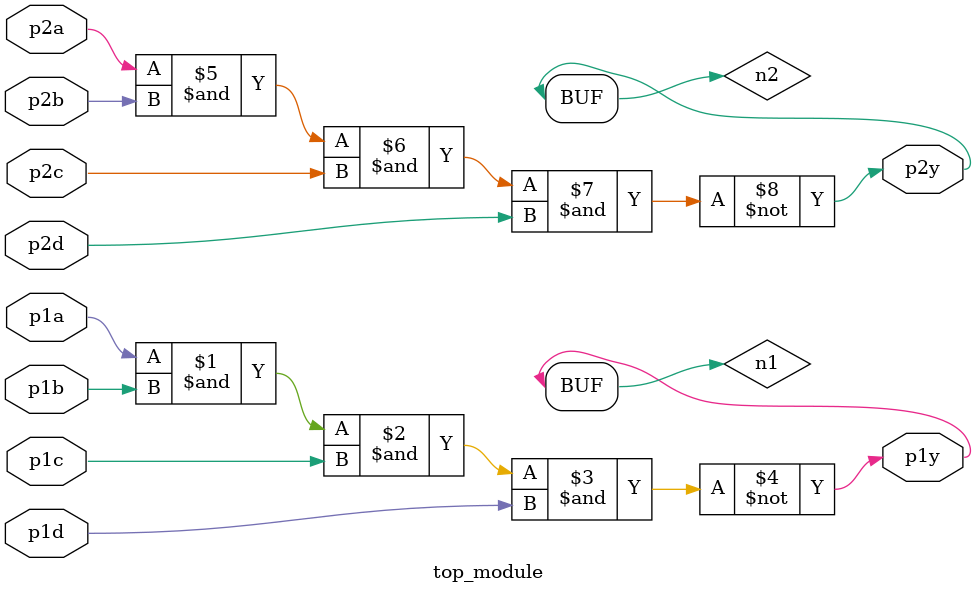
<source format=sv>
module top_module(
    input p1a, 
    input p1b, 
    input p1c, 
    input p1d, 
    output p1y, 
    input p2a,
    input p2b,
    input p2c,
    input p2d,
    output p2y
);
    
    wire n1, n2, n3, n4;
    
    // 4-input NAND gate 1
    assign n1 = ~(p1a & p1b & p1c & p1d);
    
    // 4-input NAND gate 2
    assign n2 = ~(p2a & p2b & p2c & p2d);
    
    // Output assignments
    assign p1y = n1;
    assign p2y = n2;
    
endmodule

</source>
